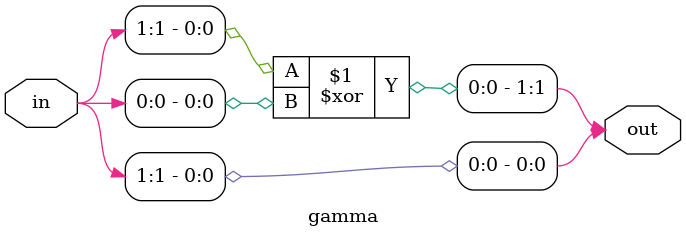
<source format=v>
module gamma(in,out);
 input [1:0]in; 
 output [1:0]out;
 
  assign out[0]=in[1];
   assign out[1]=(in[1] ^ in[0]);
   endmodule
	
</source>
